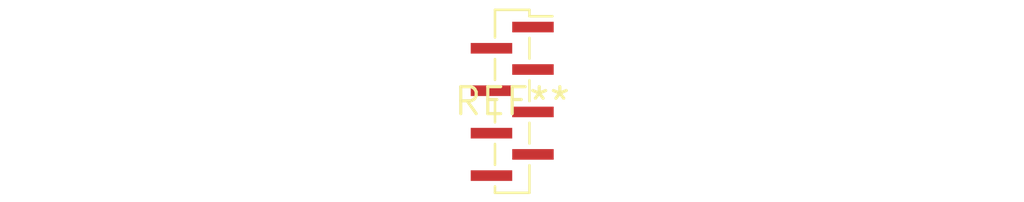
<source format=kicad_pcb>
(kicad_pcb (version 20240108) (generator pcbnew)
  (layers (0 "F.Cu" signal) (31 "B.Cu" signal) (34 "B.Paste" user) (35 "F.Paste" user) (36 "B.SilkS" user "B.Silkscreen") (37 "F.SilkS" user "F.Silkscreen") (38 "B.Mask" user) (39 "F.Mask" user) (44 "Edge.Cuts" user))
  (net 0 "")
  (footprint "PinSocket_1x08_P1.00mm_Vertical_SMD_Pin1Right" (layer "F.Cu") (at 0 0)
    (property "Reference" "REF**")
    (property "Value" "PinSocket_1x08_P1.00mm_Vertical_SMD_Pin1Right")
    (fp_line (start -0.81 -4.31) (end -0.81 -3.01) (layer "F.SilkS") (stroke (width 0.12)))
    (fp_line (start -0.81 -4.31) (end 0.81 -4.31) (layer "F.SilkS") (stroke (width 0.12)))
    (fp_line (start -0.81 -1.99) (end -0.81 -1.01) (layer "F.SilkS") (stroke (width 0.12)))
    (fp_line (start -0.81 0.01) (end -0.81 0.99) (layer "F.SilkS") (stroke (width 0.12)))
    (fp_line (start -0.81 2.01) (end -0.81 2.99) (layer "F.SilkS") (stroke (width 0.12)))
    (fp_line (start -0.81 4.01) (end -0.81 4.31) (layer "F.SilkS") (stroke (width 0.12)))
    (fp_line (start -0.81 4.31) (end 0.81 4.31) (layer "F.SilkS") (stroke (width 0.12)))
    (fp_line (start 0.81 -4.31) (end 0.81 -4.01) (layer "F.SilkS") (stroke (width 0.12)))
    (fp_line (start 0.81 -4.01) (end 1.89 -4.01) (layer "F.SilkS") (stroke (width 0.12)))
    (fp_line (start 0.81 -2.99) (end 0.81 -2.01) (layer "F.SilkS") (stroke (width 0.12)))
    (fp_line (start 0.81 -0.99) (end 0.81 -0.01) (layer "F.SilkS") (stroke (width 0.12)))
    (fp_line (start 0.81 1.01) (end 0.81 1.99) (layer "F.SilkS") (stroke (width 0.12)))
    (fp_line (start 0.81 3.01) (end 0.81 4.31) (layer "F.SilkS") (stroke (width 0.12)))
    (pad "1" smd rect (at 0.975 -3.5) (size 1.95 0.5) (layers "F.Cu" "F.Paste" "F.Mask"))
    (pad "2" smd rect (at -0.975 -2.5) (size 1.95 0.5) (layers "F.Cu" "F.Paste" "F.Mask"))
    (pad "3" smd rect (at 0.975 -1.5) (size 1.95 0.5) (layers "F.Cu" "F.Paste" "F.Mask"))
    (pad "4" smd rect (at -0.975 -0.5) (size 1.95 0.5) (layers "F.Cu" "F.Paste" "F.Mask"))
    (pad "5" smd rect (at 0.975 0.5) (size 1.95 0.5) (layers "F.Cu" "F.Paste" "F.Mask"))
    (pad "6" smd rect (at -0.975 1.5) (size 1.95 0.5) (layers "F.Cu" "F.Paste" "F.Mask"))
    (pad "7" smd rect (at 0.975 2.5) (size 1.95 0.5) (layers "F.Cu" "F.Paste" "F.Mask"))
    (pad "8" smd rect (at -0.975 3.5) (size 1.95 0.5) (layers "F.Cu" "F.Paste" "F.Mask"))
  )
)
</source>
